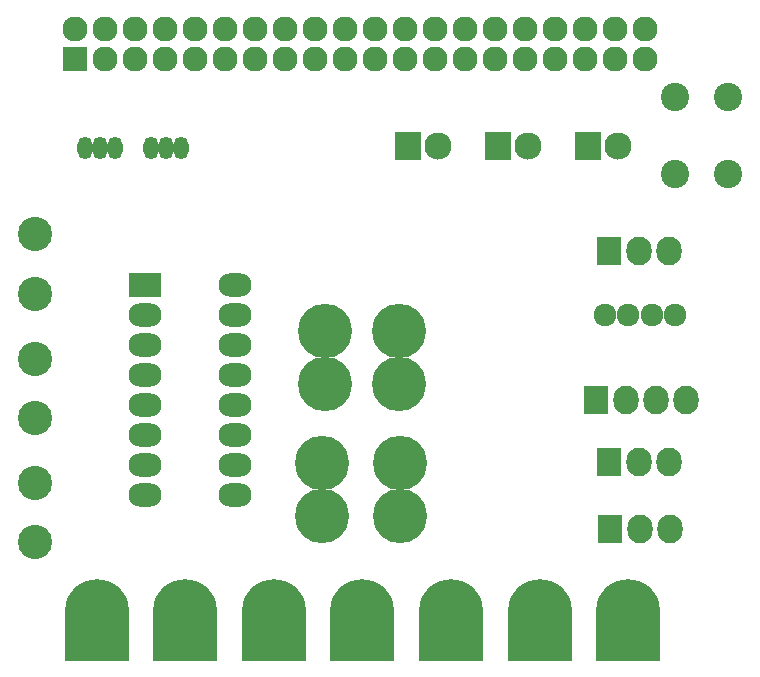
<source format=gbr>
G04 #@! TF.FileFunction,Soldermask,Bot*
%FSLAX46Y46*%
G04 Gerber Fmt 4.6, Leading zero omitted, Abs format (unit mm)*
G04 Created by KiCad (PCBNEW 4.0.7) date 09/24/17 15:20:56*
%MOMM*%
%LPD*%
G01*
G04 APERTURE LIST*
%ADD10C,0.100000*%
%ADD11R,2.300000X2.400000*%
%ADD12C,2.300000*%
%ADD13R,2.127200X2.127200*%
%ADD14O,2.127200X2.127200*%
%ADD15C,4.600000*%
%ADD16C,5.400000*%
%ADD17R,5.400000X4.400000*%
%ADD18C,1.924000*%
%ADD19R,2.127200X2.432000*%
%ADD20O,2.127200X2.432000*%
%ADD21C,2.900000*%
%ADD22O,1.299160X1.901140*%
%ADD23C,2.398980*%
%ADD24R,2.800000X2.000000*%
%ADD25O,2.800000X2.000000*%
G04 APERTURE END LIST*
D10*
D11*
X166000000Y-82400000D03*
D12*
X168540000Y-82400000D03*
D11*
X150800000Y-82400000D03*
D12*
X153340000Y-82400000D03*
D11*
X158400000Y-82400000D03*
D12*
X160940000Y-82400000D03*
D13*
X122600000Y-75000000D03*
D14*
X122600000Y-72460000D03*
X125140000Y-75000000D03*
X125140000Y-72460000D03*
X127680000Y-75000000D03*
X127680000Y-72460000D03*
X130220000Y-75000000D03*
X130220000Y-72460000D03*
X132760000Y-75000000D03*
X132760000Y-72460000D03*
X135300000Y-75000000D03*
X135300000Y-72460000D03*
X137840000Y-75000000D03*
X137840000Y-72460000D03*
X140380000Y-75000000D03*
X140380000Y-72460000D03*
X142920000Y-75000000D03*
X142920000Y-72460000D03*
X145460000Y-75000000D03*
X145460000Y-72460000D03*
X148000000Y-75000000D03*
X148000000Y-72460000D03*
X150540000Y-75000000D03*
X150540000Y-72460000D03*
X153080000Y-75000000D03*
X153080000Y-72460000D03*
X155620000Y-75000000D03*
X155620000Y-72460000D03*
X158160000Y-75000000D03*
X158160000Y-72460000D03*
X160700000Y-75000000D03*
X160700000Y-72460000D03*
X163240000Y-75000000D03*
X163240000Y-72460000D03*
X165780000Y-75000000D03*
X165780000Y-72460000D03*
X168320000Y-75000000D03*
X168320000Y-72460000D03*
X170860000Y-75000000D03*
X170860000Y-72460000D03*
D15*
X150000000Y-102550000D03*
X150000000Y-98050000D03*
X143700000Y-102550000D03*
X143700000Y-98050000D03*
X143500000Y-113750000D03*
X143500000Y-109250000D03*
X150100000Y-113750000D03*
X150100000Y-109250000D03*
D16*
X124400000Y-121800000D03*
D17*
X124400000Y-123800000D03*
D16*
X154400000Y-121800000D03*
D17*
X154400000Y-123800000D03*
D16*
X139400000Y-121800000D03*
D17*
X139400000Y-123800000D03*
D16*
X161900000Y-121800000D03*
D17*
X161900000Y-123800000D03*
D16*
X146900000Y-121800000D03*
D17*
X146900000Y-123800000D03*
D16*
X131900000Y-121800000D03*
D17*
X131900000Y-123800000D03*
D18*
X167400000Y-96700000D03*
X169400000Y-96700000D03*
X171400000Y-96700000D03*
X173400000Y-96700000D03*
D19*
X167800000Y-91300000D03*
D20*
X170340000Y-91300000D03*
X172880000Y-91300000D03*
D21*
X119200000Y-89900000D03*
X119200000Y-94900000D03*
X119200000Y-100400000D03*
X119200000Y-105400000D03*
X119200000Y-110900000D03*
X119200000Y-115900000D03*
D16*
X169400000Y-121800000D03*
D17*
X169400000Y-123800000D03*
D19*
X166700000Y-103900000D03*
D20*
X169240000Y-103900000D03*
X171780000Y-103900000D03*
X174320000Y-103900000D03*
D22*
X124670000Y-82600000D03*
X125940000Y-82600000D03*
X123400000Y-82600000D03*
X130270000Y-82600000D03*
X131540000Y-82600000D03*
X129000000Y-82600000D03*
D23*
X173349560Y-78248800D03*
X177850440Y-84751200D03*
X177850440Y-78248800D03*
X173349560Y-84751200D03*
D24*
X128500000Y-94200000D03*
D25*
X136120000Y-111980000D03*
X128500000Y-96740000D03*
X136120000Y-109440000D03*
X128500000Y-99280000D03*
X136120000Y-106900000D03*
X128500000Y-101820000D03*
X136120000Y-104360000D03*
X128500000Y-104360000D03*
X136120000Y-101820000D03*
X128500000Y-106900000D03*
X136120000Y-99280000D03*
X128500000Y-109440000D03*
X136120000Y-96740000D03*
X128500000Y-111980000D03*
X136120000Y-94200000D03*
D19*
X167800000Y-109200000D03*
D20*
X170340000Y-109200000D03*
X172880000Y-109200000D03*
D19*
X167900000Y-114800000D03*
D20*
X170440000Y-114800000D03*
X172980000Y-114800000D03*
M02*

</source>
